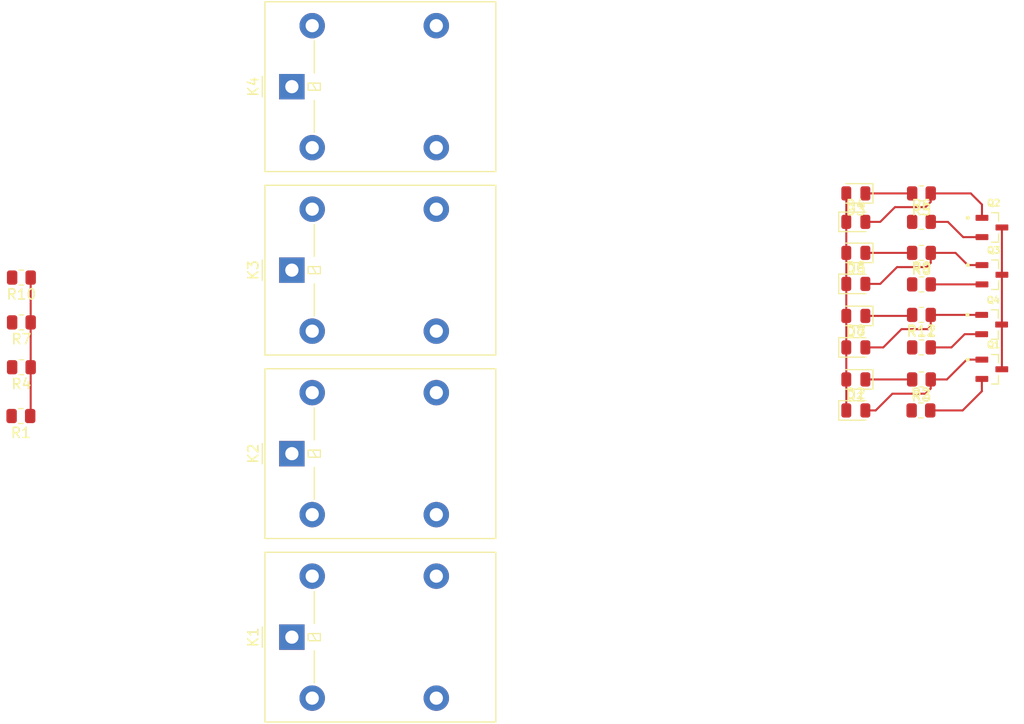
<source format=kicad_pcb>
(kicad_pcb (version 20240108) (generator "pcbnew") (generator_version "8.0")
  (layers (0 "F.Cu" signal) (31 "B.Cu" signal) (34 "B.Paste" user) (35 "F.Paste" user) (36 "B.SilkS" user "B.Silkscreen") (37 "F.SilkS" user "F.Silkscreen") (38 "B.Mask" user) (39 "F.Mask" user) (44 "Edge.Cuts" user))
  (net 0 "")
  (net 1 "+5V")
  (net 2 "Net-(D1-K)")
  (net 3 "Net-(D2-A)")
  (net 4 "GND")
  (net 5 "Net-(Q1-B)")
  (net 6 "INPUT")
  (net 7 "Net-(OK1-Pad1)")
  (net 8 "Net-(OK1-Pad3)")
  (net 9 "Net-(D3-K)")
  (net 10 "Net-(D4-A)")
  (net 11 "Net-(D5-K)")
  (net 12 "Net-(D6-A)")
  (net 13 "Net-(D7-K)")
  (net 14 "Net-(D8-A)")
  (net 15 "Net-(Q2-B)")
  (net 16 "Net-(Q3-B)")
  (net 17 "Net-(Q4-B)")
  (net 18 "Net-(OK2-Pad1)")
  (net 19 "Net-(OK2-Pad3)")
  (net 20 "Net-(OK3-Pad1)")
  (net 21 "Net-(OK3-Pad3)")
  (net 22 "Net-(OK4-Pad1)")
  (net 23 "Net-(OK4-Pad3)")
  (footprint "Resistor_SMD:R_0805_2012Metric" (layer "F.Cu") (at 45.5625 106.34 180)
    (property "Reference" "R7" (at 0 -1.65 180) (layer "F.SilkS"))
    (property "Value" "220K")
    (fp_line (start -0.227064 0.735) (end 0.227064 0.735) (stroke (width 0.12)) (layer "F.SilkS"))
    (fp_line (start -0.227064 -0.735) (end 0.227064 -0.735) (stroke (width 0.12)) (layer "F.SilkS"))
    (pad "1" smd roundrect (at -0.9125 0 180) (size 1.025 1.4) (layers "F.Cu" "F.Paste" "F.Mask") (roundrect_rratio 0.243902) (net 6 "INPUT"))
    (pad "2" smd roundrect (at 0.9125 0 180) (size 1.025 1.4) (layers "F.Cu" "F.Paste" "F.Mask") (roundrect_rratio 0.243902) (net 20 "Net-(OK3-Pad1)"))
  )
  (footprint "LED_SMD:LED_0805_2012Metric" (layer "F.Cu") (at 127.5875 93.65 180)
    (property "Reference" "D3" (at 0 -1.65 180) (layer "F.SilkS"))
    (property "Value" "LED")
    (fp_line (start 1 -0.96) (end -1.685 -0.96) (stroke (width 0.12)) (layer "F.SilkS"))
    (fp_line (start -1.685 0.96) (end 1 0.96) (stroke (width 0.12)) (layer "F.SilkS"))
    (fp_line (start -1.685 -0.96) (end -1.685 0.96) (stroke (width 0.12)) (layer "F.SilkS"))
    (pad "1" smd roundrect (at -0.9375 0 180) (size 0.975 1.4) (layers "F.Cu" "F.Paste" "F.Mask") (net 9 "Net-(D3-K)"))
    (pad "2" smd roundrect (at 0.9375 0 180) (size 0.975 1.4) (layers "F.Cu" "F.Paste" "F.Mask") (net 1 "+5V"))
  )
  (footprint "LED_SMD:LED_0805_2012Metric" (layer "F.Cu") (at 127.5875 99.5 180)
    (property "Reference" "D5" (at 0 -1.65 180) (layer "F.SilkS"))
    (property "Value" "LED")
    (fp_line (start 1 -0.96) (end -1.685 -0.96) (stroke (width 0.12)) (layer "F.SilkS"))
    (fp_line (start -1.685 0.96) (end 1 0.96) (stroke (width 0.12)) (layer "F.SilkS"))
    (fp_line (start -1.685 -0.96) (end -1.685 0.96) (stroke (width 0.12)) (layer "F.SilkS"))
    (pad "1" smd roundrect (at -0.9375 0 180) (size 0.975 1.4) (layers "F.Cu" "F.Paste" "F.Mask") (net 11 "Net-(D5-K)"))
    (pad "2" smd roundrect (at 0.9375 0 180) (size 0.975 1.4) (layers "F.Cu" "F.Paste" "F.Mask") (net 1 "+5V"))
  )
  (footprint "Relay_THT:Relay_SPDT_Omron-G5LE-1" (layer "F.Cu") (at 72.15 137.3 90)
    (property "Reference" "K1" (at 0 -3.8 270) (layer "F.SilkS"))
    (property "Value" "SRD-05VDC-SL-C")
    (fp_line (start -1 -2.91) (end 1 -2.91) (stroke (width 0.12)) (layer "F.SilkS"))
    (fp_line (start 8.35 -2.65) (end -8.35 -2.65) (stroke (width 0.12)) (layer "F.SilkS"))
    (fp_line (start -8.35 -2.65) (end -8.35 20.05) (stroke (width 0.12)) (layer "F.SilkS"))
    (fp_line (start 0.35 1.6) (end -0.35 1.6) (stroke (width 0.12)) (layer "F.SilkS"))
    (fp_line (start -0.35 1.6) (end -0.35 2.8) (stroke (width 0.12)) (layer "F.SilkS"))
    (fp_line (start 1.35 2.2) (end 4.5 2.2) (stroke (width 0.12)) (layer "F.SilkS"))
    (fp_line (start -4.5 2.2) (end -1.35 2.2) (stroke (width 0.12)) (layer "F.SilkS"))
    (fp_line (start -0.35 2.4) (end 0.35 2) (stroke (width 0.12)) (layer "F.SilkS"))
    (fp_line (start 0.35 2.8) (end 0.35 1.6) (stroke (width 0.12)) (layer "F.SilkS"))
    (fp_line (start -0.35 2.8) (end 0.35 2.8) (stroke (width 0.12)) (layer "F.SilkS"))
    (fp_line (start 8.35 20.05) (end 8.35 -2.65) (stroke (width 0.12)) (layer "F.SilkS"))
    (fp_line (start -8.35 20.05) (end 8.35 20.05) (stroke (width 0.12)) (layer "F.SilkS"))
    (pad "1" thru_hole rect (at 0 0 90) (size 2.5 2.5) (drill 1.3) (layers "*.Cu" "*.Mask"))
    (pad "2" thru_hole oval (at -6 2 90) (size 2.5 2.5) (drill 1.3) (layers "*.Cu" "*.Mask"))
    (pad "3" thru_hole oval (at -6 14.2 90) (size 2.5 2.5) (drill 1.3) (layers "*.Cu" "*.Mask"))
    (pad "4" thru_hole oval (at 6 14.2 90) (size 2.5 2.5) (drill 1.3) (layers "*.Cu" "*.Mask"))
    (pad "5" thru_hole oval (at 6 2 90) (size 2.5 2.5) (drill 1.3) (layers "*.Cu" "*.Mask"))
  )
  (footprint "Resistor_SMD:R_0805_2012Metric" (layer "F.Cu") (at 45.5625 101.93 180)
    (property "Reference" "R10" (at 0 -1.65 180) (layer "F.SilkS"))
    (property "Value" "220K")
    (fp_line (start -0.227064 0.735) (end 0.227064 0.735) (stroke (width 0.12)) (layer "F.SilkS"))
    (fp_line (start -0.227064 -0.735) (end 0.227064 -0.735) (stroke (width 0.12)) (layer "F.SilkS"))
    (pad "1" smd roundrect (at -0.9125 0 180) (size 1.025 1.4) (layers "F.Cu" "F.Paste" "F.Mask") (roundrect_rratio 0.243902) (net 6 "INPUT"))
    (pad "2" smd roundrect (at 0.9125 0 180) (size 1.025 1.4) (layers "F.Cu" "F.Paste" "F.Mask") (roundrect_rratio 0.243902) (net 22 "Net-(OK4-Pad1)"))
  )
  (footprint "Resistor_SMD:R_0805_2012Metric" (layer "F.Cu") (at 45.5125 115.55 180)
    (property "Reference" "R1" (at 0 -1.65 180) (layer "F.SilkS"))
    (property "Value" "220K")
    (fp_line (start -0.227064 0.735) (end 0.227064 0.735) (stroke (width 0.12)) (layer "F.SilkS"))
    (fp_line (start -0.227064 -0.735) (end 0.227064 -0.735) (stroke (width 0.12)) (layer "F.SilkS"))
    (pad "1" smd roundrect (at -0.9125 0 180) (size 1.025 1.4) (layers "F.Cu" "F.Paste" "F.Mask") (roundrect_rratio 0.243902) (net 6 "INPUT"))
    (pad "2" smd roundrect (at 0.9125 0 180) (size 1.025 1.4) (layers "F.Cu" "F.Paste" "F.Mask") (roundrect_rratio 0.243902) (net 7 "Net-(OK1-Pad1)"))
  )
  (footprint "Diode_SMD:D_0805_2012Metric" (layer "F.Cu") (at 127.5875 96.45)
    (property "Reference" "D4" (at 0 -1.65 0) (layer "F.SilkS"))
    (property "Value" "1N4007")
    (fp_line (start -1.685 -0.96) (end -1.685 0.96) (stroke (width 0.12)) (layer "F.SilkS"))
    (fp_line (start -1.685 0.96) (end 1 0.96) (stroke (width 0.12)) (layer "F.SilkS"))
    (fp_line (start 1 -0.96) (end -1.685 -0.96) (stroke (width 0.12)) (layer "F.SilkS"))
    (pad "1" smd roundrect (at -0.9375 0) (size 0.975 1.4) (layers "F.Cu" "F.Paste" "F.Mask") (net 1 "+5V"))
    (pad "2" smd roundrect (at 0.9375 0) (size 0.975 1.4) (layers "F.Cu" "F.Paste" "F.Mask") (net 10 "Net-(D4-A)"))
  )
  (footprint "LED_SMD:LED_0805_2012Metric" (layer "F.Cu") (at 127.5875 111.95 180)
    (property "Reference" "D1" (at 0 -1.65 180) (layer "F.SilkS"))
    (property "Value" "LED")
    (fp_line (start 1 -0.96) (end -1.685 -0.96) (stroke (width 0.12)) (layer "F.SilkS"))
    (fp_line (start -1.685 0.96) (end 1 0.96) (stroke (width 0.12)) (layer "F.SilkS"))
    (fp_line (start -1.685 -0.96) (end -1.685 0.96) (stroke (width 0.12)) (layer "F.SilkS"))
    (pad "1" smd roundrect (at -0.9375 0 180) (size 0.975 1.4) (layers "F.Cu" "F.Paste" "F.Mask") (net 2 "Net-(D1-K)"))
    (pad "2" smd roundrect (at 0.9375 0 180) (size 0.975 1.4) (layers "F.Cu" "F.Paste" "F.Mask") (net 1 "+5V"))
  )
  (footprint "BC547:SOT95P230X110-3N" (layer "F.Cu") (at 140.9375 106.55)
    (property "Reference" "Q4" (at 0.172 -2.4064 0) (layer "F.SilkS") (effects (font (size 0.64 0.64))))
    (property "Value" "BC547")
    (fp_line (start -0.03 1.45) (end 0.65 1.45) (stroke (width 0.127)) (layer "F.SilkS"))
    (fp_line (start 0.65 -1.45) (end -0.03 -1.45) (stroke (width 0.127)) (layer "F.SilkS"))
    (fp_line (start 0.65 -0.615) (end 0.65 -1.45) (stroke (width 0.127)) (layer "F.SilkS"))
    (fp_line (start 0.65 1.45) (end 0.65 0.615) (stroke (width 0.127)) (layer "F.SilkS"))
    (fp_circle (center -2.38 -0.95) (end -2.28 -0.95) (stroke (width 0.2)) (fill none) (layer "F.SilkS"))
    (pad "1" smd roundrect (at -0.98 -0.95) (size 1.26 0.59) (layers "F.Cu" "F.Paste" "F.Mask") (roundrect_rratio 0.125) (net 14 "Net-(D8-A)"))
    (pad "2" smd roundrect (at -0.98 0.95) (size 1.26 0.59) (layers "F.Cu" "F.Paste" "F.Mask") (roundrect_rratio 0.125) (net 17 "Net-(Q4-B)"))
    (pad "3" smd roundrect (at 0.98 0) (size 1.26 0.59) (layers "F.Cu" "F.Paste" "F.Mask") (roundrect_rratio 0.125) (net 4 "GND"))
  )
  (footprint "Resistor_SMD:R_0805_2012Metric" (layer "F.Cu") (at 134.0375 111.95 180)
    (property "Reference" "R3" (at 0 -1.65 180) (layer "F.SilkS"))
    (property "Value" "220")
    (fp_line (start -0.227064 0.735) (end 0.227064 0.735) (stroke (width 0.12)) (layer "F.SilkS"))
    (fp_line (start -0.227064 -0.735) (end 0.227064 -0.735) (stroke (width 0.12)) (layer "F.SilkS"))
    (pad "1" smd roundrect (at -0.9125 0 180) (size 1.025 1.4) (layers "F.Cu" "F.Paste" "F.Mask") (roundrect_rratio 0.243902) (net 3 "Net-(D2-A)"))
    (pad "2" smd roundrect (at 0.9125 0 180) (size 1.025 1.4) (layers "F.Cu" "F.Paste" "F.Mask") (roundrect_rratio 0.243902) (net 2 "Net-(D1-K)"))
  )
  (footprint "Resistor_SMD:R_0805_2012Metric" (layer "F.Cu") (at 134.0375 99.5 180)
    (property "Reference" "R8" (at 0 -1.65 180) (layer "F.SilkS"))
    (property "Value" "220")
    (fp_line (start -0.227064 0.735) (end 0.227064 0.735) (stroke (width 0.12)) (layer "F.SilkS"))
    (fp_line (start -0.227064 -0.735) (end 0.227064 -0.735) (stroke (width 0.12)) (layer "F.SilkS"))
    (pad "1" smd roundrect (at -0.9125 0 180) (size 1.025 1.4) (layers "F.Cu" "F.Paste" "F.Mask") (roundrect_rratio 0.243902) (net 12 "Net-(D6-A)"))
    (pad "2" smd roundrect (at 0.9125 0 180) (size 1.025 1.4) (layers "F.Cu" "F.Paste" "F.Mask") (roundrect_rratio 0.243902) (net 11 "Net-(D5-K)"))
  )
  (footprint "BC547:SOT95P230X110-3N" (layer "F.Cu") (at 140.9675 97)
    (property "Reference" "Q2" (at 0.172 -2.4064 0) (layer "F.SilkS") (effects (font (size 0.64 0.64))))
    (property "Value" "BC547")
    (fp_line (start -0.03 1.45) (end 0.65 1.45) (stroke (width 0.127)) (layer "F.SilkS"))
    (fp_line (start 0.65 -1.45) (end -0.03 -1.45) (stroke (width 0.127)) (layer "F.SilkS"))
    (fp_line (start 0.65 -0.615) (end 0.65 -1.45) (stroke (width 0.127)) (layer "F.SilkS"))
    (fp_line (start 0.65 1.45) (end 0.65 0.615) (stroke (width 0.127)) (layer "F.SilkS"))
    (fp_circle (center -2.38 -0.95) (end -2.28 -0.95) (stroke (width 0.2)) (fill none) (layer "F.SilkS"))
    (pad "1" smd roundrect (at -0.98 -0.95) (size 1.26 0.59) (layers "F.Cu" "F.Paste" "F.Mask") (roundrect_rratio 0.125) (net 10 "Net-(D4-A)"))
    (pad "2" smd roundrect (at -0.98 0.95) (size 1.26 0.59) (layers "F.Cu" "F.Paste" "F.Mask") (roundrect_rratio 0.125) (net 15 "Net-(Q2-B)"))
    (pad "3" smd roundrect (at 0.98 0) (size 1.26 0.59) (layers "F.Cu" "F.Paste" "F.Mask") (roundrect_rratio 0.125) (net 4 "GND"))
  )
  (footprint "BC547:SOT95P230X110-3N" (layer "F.Cu") (at 140.9675 101.65)
    (property "Reference" "Q3" (at 0.172 -2.4064 0) (layer "F.SilkS") (effects (font (size 0.64 0.64))))
    (property "Value" "BC547")
    (fp_line (start -0.03 1.45) (end 0.65 1.45) (stroke (width 0.127)) (layer "F.SilkS"))
    (fp_line (start 0.65 -1.45) (end -0.03 -1.45) (stroke (width 0.127)) (layer "F.SilkS"))
    (fp_line (start 0.65 -0.615) (end 0.65 -1.45) (stroke (width 0.127)) (layer "F.SilkS"))
    (fp_line (start 0.65 1.45) (end 0.65 0.615) (stroke (width 0.127)) (layer "F.SilkS"))
    (fp_circle (center -2.38 -0.95) (end -2.28 -0.95) (stroke (width 0.2)) (fill none) (layer "F.SilkS"))
    (pad "1" smd roundrect (at -0.98 -0.95) (size 1.26 0.59) (layers "F.Cu" "F.Paste" "F.Mask") (roundrect_rratio 0.125) (net 12 "Net-(D6-A)"))
    (pad "2" smd roundrect (at -0.98 0.95) (size 1.26 0.59) (layers "F.Cu" "F.Paste" "F.Mask") (roundrect_rratio 0.125) (net 16 "Net-(Q3-B)"))
    (pad "3" smd roundrect (at 0.98 0) (size 1.26 0.59) (layers "F.Cu" "F.Paste" "F.Mask") (roundrect_rratio 0.125) (net 4 "GND"))
  )
  (footprint "Relay_THT:Relay_SPDT_Omron-G5LE-1" (layer "F.Cu") (at 72.15 101.2 90)
    (property "Reference" "K3" (at 0 -3.8 270) (layer "F.SilkS"))
    (property "Value" "SRD-05VDC-SL-C")
    (fp_line (start -1 -2.91) (end 1 -2.91) (stroke (width 0.12)) (layer "F.SilkS"))
    (fp_line (start 8.35 -2.65) (end -8.35 -2.65) (stroke (width 0.12)) (layer "F.SilkS"))
    (fp_line (start -8.35 -2.65) (end -8.35 20.05) (stroke (width 0.12)) (layer "F.SilkS"))
    (fp_line (start 0.35 1.6) (end -0.35 1.6) (stroke (width 0.12)) (layer "F.SilkS"))
    (fp_line (start -0.35 1.6) (end -0.35 2.8) (stroke (width 0.12)) (layer "F.SilkS"))
    (fp_line (start 1.35 2.2) (end 4.5 2.2) (stroke (width 0.12)) (layer "F.SilkS"))
    (fp_line (start -4.5 2.2) (end -1.35 2.2) (stroke (width 0.12)) (layer "F.SilkS"))
    (fp_line (start -0.35 2.4) (end 0.35 2) (stroke (width 0.12)) (layer "F.SilkS"))
    (fp_line (start 0.35 2.8) (end 0.35 1.6) (stroke (width 0.12)) (layer "F.SilkS"))
    (fp_line (start -0.35 2.8) (end 0.35 2.8) (stroke (width 0.12)) (layer "F.SilkS"))
    (fp_line (start 8.35 20.05) (end 8.35 -2.65) (stroke (width 0.12)) (layer "F.SilkS"))
    (fp_line (start -8.35 20.05) (end 8.35 20.05) (stroke (width 0.12)) (layer "F.SilkS"))
    (pad "1" thru_hole rect (at 0 0 90) (size 2.5 2.5) (drill 1.3) (layers "*.Cu" "*.Mask"))
    (pad "2" thru_hole oval (at -6 2 90) (size 2.5 2.5) (drill 1.3) (layers "*.Cu" "*.Mask"))
    (pad "3" thru_hole oval (at -6 14.2 90) (size 2.5 2.5) (drill 1.3) (layers "*.Cu" "*.Mask"))
    (pad "4" thru_hole oval (at 6 14.2 90) (size 2.5 2.5) (drill 1.3) (layers "*.Cu" "*.Mask"))
    (pad "5" thru_hole oval (at 6 2 90) (size 2.5 2.5) (drill 1.3) (layers "*.Cu" "*.Mask"))
  )
  (footprint "Relay_THT:Relay_SPDT_Omron-G5LE-1" (layer "F.Cu") (at 72.15 119.25 90)
    (property "Reference" "K2" (at 0 -3.8 270) (layer "F.SilkS"))
    (property "Value" "SRD-05VDC-SL-C")
    (fp_line (start -1 -2.91) (end 1 -2.91) (stroke (width 0.12)) (layer "F.SilkS"))
    (fp_line (start 8.35 -2.65) (end -8.35 -2.65) (stroke (width 0.12)) (layer "F.SilkS"))
    (fp_line (start -8.35 -2.65) (end -8.35 20.05) (stroke (width 0.12)) (layer "F.SilkS"))
    (fp_line (start 0.35 1.6) (end -0.35 1.6) (stroke (width 0.12)) (layer "F.SilkS"))
    (fp_line (start -0.35 1.6) (end -0.35 2.8) (stroke (width 0.12)) (layer "F.SilkS"))
    (fp_line (start 1.35 2.2) (end 4.5 2.2) (stroke (width 0.12)) (layer "F.SilkS"))
    (fp_line (start -4.5 2.2) (end -1.35 2.2) (stroke (width 0.12)) (layer "F.SilkS"))
    (fp_line (start -0.35 2.4) (end 0.35 2) (stroke (width 0.12)) (layer "F.SilkS"))
    (fp_line (start 0.35 2.8) (end 0.35 1.6) (stroke (width 0.12)) (layer "F.SilkS"))
    (fp_line (start -0.35 2.8) (end 0.35 2.8) (stroke (width 0.12)) (layer "F.SilkS"))
    (fp_line (start 8.35 20.05) (end 8.35 -2.65) (stroke (width 0.12)) (layer "F.SilkS"))
    (fp_line (start -8.35 20.05) (end 8.35 20.05) (stroke (width 0.12)) (layer "F.SilkS"))
    (pad "1" thru_hole rect (at 0 0 90) (size 2.5 2.5) (drill 1.3) (layers "*.Cu" "*.Mask"))
    (pad "2" thru_hole oval (at -6 2 90) (size 2.5 2.5) (drill 1.3) (layers "*.Cu" "*.Mask"))
    (pad "3" thru_hole oval (at -6 14.2 90) (size 2.5 2.5) (drill 1.3) (layers "*.Cu" "*.Mask"))
    (pad "4" thru_hole oval (at 6 14.2 90) (size 2.5 2.5) (drill 1.3) (layers "*.Cu" "*.Mask"))
    (pad "5" thru_hole oval (at 6 2 90) (size 2.5 2.5) (drill 1.3) (layers "*.Cu" "*.Mask"))
  )
  (footprint "Resistor_SMD:R_0805_2012Metric" (layer "F.Cu") (at 133.9875 115)
    (property "Reference" "R2" (at 0 -1.65 0) (layer "F.SilkS"))
    (property "Value" "1K")
    (fp_line (start -0.227064 -0.735) (end 0.227064 -0.735) (stroke (width 0.12)) (layer "F.SilkS"))
    (fp_line (start -0.227064 0.735) (end 0.227064 0.735) (stroke (width 0.12)) (layer "F.SilkS"))
    (pad "1" smd roundrect (at -0.9125 0) (size 1.025 1.4) (layers "F.Cu" "F.Paste" "F.Mask") (roundrect_rratio 0.243902) (net 8 "Net-(OK1-Pad3)"))
    (pad "2" smd roundrect (at 0.9125 0) (size 1.025 1.4) (layers "F.Cu" "F.Paste" "F.Mask") (roundrect_rratio 0.243902) (net 5 "Net-(Q1-B)"))
  )
  (footprint "Resistor_SMD:R_0805_2012Metric" (layer "F.Cu") (at 134.0375 93.65 180)
    (property "Reference" "R5" (at 0 -1.65 180) (layer "F.SilkS"))
    (property "Value" "220")
    (fp_line (start -0.227064 0.735) (end 0.227064 0.735) (stroke (width 0.12)) (layer "F.SilkS"))
    (fp_line (start -0.227064 -0.735) (end 0.227064 -0.735) (stroke (width 0.12)) (layer "F.SilkS"))
    (pad "1" smd roundrect (at -0.9125 0 180) (size 1.025 1.4) (layers "F.Cu" "F.Paste" "F.Mask") (roundrect_rratio 0.243902) (net 10 "Net-(D4-A)"))
    (pad "2" smd roundrect (at 0.9125 0 180) (size 1.025 1.4) (layers "F.Cu" "F.Paste" "F.Mask") (roundrect_rratio 0.243902) (net 9 "Net-(D3-K)"))
  )
  (footprint "BC547:SOT95P230X110-3N" (layer "F.Cu") (at 140.9575 110.95)
    (property "Reference" "Q1" (at 0.172 -2.4064 0) (layer "F.SilkS") (effects (font (size 0.64 0.64))))
    (property "Value" "BC547")
    (fp_line (start -0.03 1.45) (end 0.65 1.45) (stroke (width 0.127)) (layer "F.SilkS"))
    (fp_line (start 0.65 -1.45) (end -0.03 -1.45) (stroke (width 0.127)) (layer "F.SilkS"))
    (fp_line (start 0.65 -0.615) (end 0.65 -1.45) (stroke (width 0.127)) (layer "F.SilkS"))
    (fp_line (start 0.65 1.45) (end 0.65 0.615) (stroke (width 0.127)) (layer "F.SilkS"))
    (fp_circle (center -2.38 -0.95) (end -2.28 -0.95) (stroke (width 0.2)) (fill none) (layer "F.SilkS"))
    (pad "1" smd roundrect (at -0.98 -0.95) (size 1.26 0.59) (layers "F.Cu" "F.Paste" "F.Mask") (roundrect_rratio 0.125) (net 3 "Net-(D2-A)"))
    (pad "2" smd roundrect (at -0.98 0.95) (size 1.26 0.59) (layers "F.Cu" "F.Paste" "F.Mask") (roundrect_rratio 0.125) (net 5 "Net-(Q1-B)"))
    (pad "3" smd roundrect (at 0.98 0) (size 1.26 0.59) (layers "F.Cu" "F.Paste" "F.Mask") (roundrect_rratio 0.125) (net 4 "GND"))
  )
  (footprint "Diode_SMD:D_0805_2012Metric" (layer "F.Cu") (at 127.5875 108.8)
    (property "Reference" "D8" (at 0 -1.65 0) (layer "F.SilkS"))
    (property "Value" "1N4007")
    (fp_line (start -1.685 -0.96) (end -1.685 0.96) (stroke (width 0.12)) (layer "F.SilkS"))
    (fp_line (start -1.685 0.96) (end 1 0.96) (stroke (width 0.12)) (layer "F.SilkS"))
    (fp_line (start 1 -0.96) (end -1.685 -0.96) (stroke (width 0.12)) (layer "F.SilkS"))
    (pad "1" smd roundrect (at -0.9375 0) (size 0.975 1.4) (layers "F.Cu" "F.Paste" "F.Mask") (net 1 "+5V"))
    (pad "2" smd roundrect (at 0.9375 0) (size 0.975 1.4) (layers "F.Cu" "F.Paste" "F.Mask") (net 14 "Net-(D8-A)"))
  )
  (footprint "Diode_SMD:D_0805_2012Metric" (layer "F.Cu") (at 127.5875 115)
    (property "Reference" "D2" (at 0 -1.65 0) (layer "F.SilkS"))
    (property "Value" "1N4007")
    (fp_line (start -1.685 -0.96) (end -1.685 0.96) (stroke (width 0.12)) (layer "F.SilkS"))
    (fp_line (start -1.685 0.96) (end 1 0.96) (stroke (width 0.12)) (layer "F.SilkS"))
    (fp_line (start 1 -0.96) (end -1.685 -0.96) (stroke (width 0.12)) (layer "F.SilkS"))
    (pad "1" smd roundrect (at -0.9375 0) (size 0.975 1.4) (layers "F.Cu" "F.Paste" "F.Mask") (net 1 "+5V"))
    (pad "2" smd roundrect (at 0.9375 0) (size 0.975 1.4) (layers "F.Cu" "F.Paste" "F.Mask") (net 3 "Net-(D2-A)"))
  )
  (footprint "LED_SMD:LED_0805_2012Metric" (layer "F.Cu") (at 127.5875 105.7 180)
    (property "Reference" "D7" (at 0 -1.65 180) (layer "F.SilkS"))
    (property "Value" "LED")
    (fp_line (start 1 -0.96) (end -1.685 -0.96) (stroke (width 0.12)) (layer "F.SilkS"))
    (fp_line (start -1.685 0.96) (end 1 0.96) (stroke (width 0.12)) (layer "F.SilkS"))
    (fp_line (start -1.685 -0.96) (end -1.685 0.96) (stroke (width 0.12)) (layer "F.SilkS"))
    (pad "1" smd roundrect (at -0.9375 0 180) (size 0.975 1.4) (layers "F.Cu" "F.Paste" "F.Mask") (net 13 "Net-(D7-K)"))
    (pad "2" smd roundrect (at 0.9375 0 180) (size 0.975 1.4) (layers "F.Cu" "F.Paste" "F.Mask") (net 1 "+5V"))
  )
  (footprint "Resistor_SMD:R_0805_2012Metric" (layer "F.Cu") (at 134.0375 96.45)
    (property "Reference" "R6" (at 0 -1.65 0) (layer "F.SilkS"))
    (property "Value" "1K")
    (fp_line (start -0.227064 -0.735) (end 0.227064 -0.735) (stroke (width 0.12)) (layer "F.SilkS"))
    (fp_line (start -0.227064 0.735) (end 0.227064 0.735) (stroke (width 0.12)) (layer "F.SilkS"))
    (pad "1" smd roundrect (at -0.9125 0) (size 1.025 1.4) (layers "F.Cu" "F.Paste" "F.Mask") (roundrect_rratio 0.243902) (net 19 "Net-(OK2-Pad3)"))
    (pad "2" smd roundrect (at 0.9125 0) (size 1.025 1.4) (layers "F.Cu" "F.Paste" "F.Mask") (roundrect_rratio 0.243902) (net 15 "Net-(Q2-B)"))
  )
  (footprint "Resistor_SMD:R_0805_2012Metric" (layer "F.Cu") (at 134.0375 105.6 180)
    (property "Reference" "R11" (at 0 -1.65 180) (layer "F.SilkS"))
    (property "Value" "220")
    (fp_line (start -0.227064 0.735) (end 0.227064 0.735) (stroke (width 0.12)) (layer "F.SilkS"))
    (fp_line (start -0.227064 -0.735) (end 0.227064 -0.735) (stroke (width 0.12)) (layer "F.SilkS"))
    (pad "1" smd roundrect (at -0.9125 0 180) (size 1.025 1.4) (layers "F.Cu" "F.Paste" "F.Mask") (roundrect_rratio 0.243902) (net 14 "Net-(D8-A)"))
    (pad "2" smd roundrect (at 0.9125 0 180) (size 1.025 1.4) (layers "F.Cu" "F.Paste" "F.Mask") (roundrect_rratio 0.243902) (net 13 "Net-(D7-K)"))
  )
  (footprint "Resistor_SMD:R_0805_2012Metric" (layer "F.Cu") (at 134.0375 102.6)
    (property "Reference" "R9" (at 0 -1.65 360) (layer "F.SilkS"))
    (property "Value" "1K")
    (fp_line (start -0.227064 -0.735) (end 0.227064 -0.735) (stroke (width 0.12)) (layer "F.SilkS"))
    (fp_line (start -0.227064 0.735) (end 0.227064 0.735) (stroke (width 0.12)) (layer "F.SilkS"))
    (pad "1" smd roundrect (at -0.9125 0) (size 1.025 1.4) (layers "F.Cu" "F.Paste" "F.Mask") (roundrect_rratio 0.243902) (net 21 "Net-(OK3-Pad3)"))
    (pad "2" smd roundrect (at 0.9125 0) (size 1.025 1.4) (layers "F.Cu" "F.Paste" "F.Mask") (roundrect_rratio 0.243902) (net 16 "Net-(Q3-B)"))
  )
  (footprint "Resistor_SMD:R_0805_2012Metric" (layer "F.Cu") (at 134.0375 108.8)
    (property "Reference" "R12" (at 0 -1.65 0) (layer "F.SilkS"))
    (property "Value" "1K")
    (fp_line (start -0.227064 -0.735) (end 0.227064 -0.735) (stroke (width 0.12)) (layer "F.SilkS"))
    (fp_line (start -0.227064 0.735) (end 0.227064 0.735) (stroke (width 0.12)) (layer "F.SilkS"))
    (pad "1" smd roundrect (at -0.9125 0) (size 1.025 1.4) (layers "F.Cu" "F.Paste" "F.Mask") (roundrect_rratio 0.243902) (net 23 "Net-(OK4-Pad3)"))
    (pad "2" smd roundrect (at 0.9125 0) (size 1.025 1.4) (layers "F.Cu" "F.Paste" "F.Mask") (roundrect_rratio 0.243902) (net 17 "Net-(Q4-B)"))
  )
  (footprint "Relay_THT:Relay_SPDT_Omron-G5LE-1" (layer "F.Cu") (at 72.15 83.15 90)
    (property "Reference" "K4" (at 0 -3.8 270) (layer "F.SilkS"))
    (property "Value" "SRD-05VDC-SL-C")
    (fp_line (start -1 -2.91) (end 1 -2.91) (stroke (width 0.12)) (layer "F.SilkS"))
    (fp_line (start 8.35 -2.65) (end -8.35 -2.65) (stroke (width 0.12)) (layer "F.SilkS"))
    (fp_line (start -8.35 -2.65) (end -8.35 20.05) (stroke (width 0.12)) (layer "F.SilkS"))
    (fp_line (start 0.35 1.6) (end -0.35 1.6) (stroke (width 0.12)) (layer "F.SilkS"))
    (fp_line (start -0.35 1.6) (end -0.35 2.8) (stroke (width 0.12)) (layer "F.SilkS"))
    (fp_line (start 1.35 2.2) (end 4.5 2.2) (stroke (width 0.12)) (layer "F.SilkS"))
    (fp_line (start -4.5 2.2) (end -1.35 2.2) (stroke (width 0.12)) (layer "F.SilkS"))
    (fp_line (start -0.35 2.4) (end 0.35 2) (stroke (width 0.12)) (layer "F.SilkS"))
    (fp_line (start 0.35 2.8) (end 0.35 1.6) (stroke (width 0.12)) (layer "F.SilkS"))
    (fp_line (start -0.35 2.8) (end 0.35 2.8) (stroke (width 0.12)) (layer "F.SilkS"))
    (fp_line (start 8.35 20.05) (end 8.35 -2.65) (stroke (width 0.12)) (layer "F.SilkS"))
    (fp_line (start -8.35 20.05) (end 8.35 20.05) (stroke (width 0.12)) (layer "F.SilkS"))
    (pad "1" thru_hole rect (at 0 0 90) (size 2.5 2.5) (drill 1.3) (layers "*.Cu" "*.Mask"))
    (pad "2" thru_hole oval (at -6 2 90) (size 2.5 2.5) (drill 1.3) (layers "*.Cu" "*.Mask"))
    (pad "3" thru_hole oval (at -6 14.2 90) (size 2.5 2.5) (drill 1.3) (layers "*.Cu" "*.Mask"))
    (pad "4" thru_hole oval (at 6 14.2 90) (size 2.5 2.5) (drill 1.3) (layers "*.Cu" "*.Mask"))
    (pad "5" thru_hole oval (at 6 2 90) (size 2.5 2.5) (drill 1.3) (layers "*.Cu" "*.Mask"))
  )
  (footprint "Diode_SMD:D_0805_2012Metric" (layer "F.Cu") (at 127.5875 102.55)
    (property "Reference" "D6" (at 0 -1.65 0) (layer "F.SilkS"))
    (property "Value" "1N4007")
    (fp_line (start -1.685 -0.96) (end -1.685 0.96) (stroke (width 0.12)) (layer "F.SilkS"))
    (fp_line (start -1.685 0.96) (end 1 0.96) (stroke (width 0.12)) (layer "F.SilkS"))
    (fp_line (start 1 -0.96) (end -1.685 -0.96) (stroke (width 0.12)) (layer "F.SilkS"))
    (pad "1" smd roundrect (at -0.9375 0) (size 0.975 1.4) (layers "F.Cu" "F.Paste" "F.Mask") (net 1 "+5V"))
    (pad "2" smd roundrect (at 0.9375 0) (size 0.975 1.4) (layers "F.Cu" "F.Paste" "F.Mask") (net 12 "Net-(D6-A)"))
  )
  (footprint "Resistor_SMD:R_0805_2012Metric" (layer "F.Cu") (at 45.5625 110.75 180)
    (property "Reference" "R4" (at 0 -1.65 180) (layer "F.SilkS"))
    (property "Value" "220K")
    (fp_line (start -0.227064 0.735) (end 0.227064 0.735) (stroke (width 0.12)) (layer "F.SilkS"))
    (fp_line (start -0.227064 -0.735) (end 0.227064 -0.735) (stroke (width 0.12)) (layer "F.SilkS"))
    (pad "1" smd roundrect (at -0.9125 0 180) (size 1.025 1.4) (layers "F.Cu" "F.Paste" "F.Mask") (roundrect_rratio 0.243902) (net 6 "INPUT"))
    (pad "2" smd roundrect (at 0.9125 0 180) (size 1.025 1.4) (layers "F.Cu" "F.Paste" "F.Mask") (roundrect_rratio 0.243902) (net 18 "Net-(OK2-Pad1)"))
  )
  (segment (start 126.65 93.65) (end 126.65 115) (width 0.2) (layer "F.Cu") (net 1))
  (segment (start 133.125 111.95) (end 128.525 111.95) (width 0.2) (layer "F.Cu") (net 2))
  (segment (start 134.95 111.95) (end 134.95 112.8375) (width 0.2) (layer "F.Cu") (net 3))
  (segment (start 136.5375 111.95) (end 134.95 111.95) (width 0.2) (layer "F.Cu") (net 3))
  (segment (start 134.4375 113.35) (end 131.1875 113.35) (width 0.2) (layer "F.Cu") (net 3))
  (segment (start 131.1875 113.35) (end 129.5375 115) (width 0.2) (layer "F.Cu") (net 3))
  (segment (start 138.4875 110) (end 136.5375 111.95) (width 0.2) (layer "F.Cu") (net 3))
  (segment (start 134.95 112.8375) (end 134.4375 113.35) (width 0.2) (layer "F.Cu") (net 3))
  (segment (start 139.9775 110) (end 138.4875 110) (width 0.2) (layer "F.Cu") (net 3))
  (segment (start 129.5375 115) (end 128.525 115) (width 0.2) (layer "F.Cu") (net 3))
  (segment (start 141.9475 97) (end 141.9475 110.94) (width 0.2) (layer "F.Cu") (net 4))
  (segment (start 141.9475 110.94) (end 141.9375 110.95) (width 0.2) (layer "F.Cu") (net 4))
  (segment (start 139.9775 113.11) (end 139.9775 111.9) (width 0.2) (layer "F.Cu") (net 5))
  (segment (start 134.9 115) (end 138.0875 115) (width 0.2) (layer "F.Cu") (net 5))
  (segment (start 138.0875 115) (end 139.9775 113.11) (width 0.2) (layer "F.Cu") (net 5))
  (segment (start 46.475 106.34) (end 46.475 110.75) (width 0.2) (layer "F.Cu") (net 6))
  (segment (start 46.475 110.75) (end 46.475 115.5) (width 0.2) (layer "F.Cu") (net 6))
  (segment (start 46.475 115.5) (end 46.425 115.55) (width 0.2) (layer "F.Cu") (net 6))
  (segment (start 46.475 101.93) (end 46.475 106.34) (width 0.2) (layer "F.Cu") (net 6))
  (segment (start 44.6 115.55) (end 44.7625 115.55) (width 0.2) (layer "F.Cu") (net 7))
  (segment (start 128.525 93.65) (end 133.125 93.65) (width 0.2) (layer "F.Cu") (net 9))
  (segment (start 138.8875 93.65) (end 134.95 93.65) (width 0.2) (layer "F.Cu") (net 10))
  (segment (start 129.9875 96.45) (end 128.525 96.45) (width 0.2) (layer "F.Cu") (net 10))
  (segment (start 134.95 93.65) (end 134.95 94.4875) (width 0.2) (layer "F.Cu") (net 10))
  (segment (start 131.4375 95) (end 129.9875 96.45) (width 0.2) (layer "F.Cu") (net 10))
  (segment (start 139.9875 96.05) (end 139.9875 94.75) (width 0.2) (layer "F.Cu") (net 10))
  (segment (start 139.9875 94.75) (end 138.8875 93.65) (width 0.2) (layer "F.Cu") (net 10))
  (segment (start 134.95 94.4875) (end 134.4375 95) (width 0.2) (layer "F.Cu") (net 10))
  (segment (start 134.4375 95) (end 131.4375 95) (width 0.2) (layer "F.Cu") (net 10))
  (segment (start 128.525 99.5) (end 133.125 99.5) (width 0.2) (layer "F.Cu") (net 11))
  (segment (start 131.6375 100.9) (end 129.9875 102.55) (width 0.2) (layer "F.Cu") (net 12))
  (segment (start 134.95 100.4875) (end 134.5375 100.9) (width 0.2) (layer "F.Cu") (net 12))
  (segment (start 139.9875 100.7) (end 138.5875 100.7) (width 0.2) (layer "F.Cu") (net 12))
  (segment (start 134.5375 100.9) (end 131.6375 100.9) (width 0.2) (layer "F.Cu") (net 12))
  (segment (start 137.3875 99.5) (end 134.95 99.5) (width 0.2) (layer "F.Cu") (net 12))
  (segment (start 138.5875 100.7) (end 137.3875 99.5) (width 0.2) (layer "F.Cu") (net 12))
  (segment (start 129.9875 102.55) (end 128.525 102.55) (width 0.2) (layer "F.Cu") (net 12))
  (segment (start 134.95 99.5) (end 134.95 100.4875) (width 0.2) (layer "F.Cu") (net 12))
  (segment (start 133.125 105.7) (end 128.525 105.7) (width 0.2) (layer "F.Cu") (net 13))
  (segment (start 132.0875 107) (end 130.2875 108.8) (width 0.2) (layer "F.Cu") (net 14))
  (segment (start 130.2875 108.8) (end 128.525 108.8) (width 0.2) (layer "F.Cu") (net 14))
  (segment (start 139.9575 105.6) (end 134.95 105.6) (width 0.2) (layer "F.Cu") (net 14))
  (segment (start 134.95 106.7375) (end 134.6875 107) (width 0.2) (layer "F.Cu") (net 14))
  (segment (start 134.95 105.7) (end 134.95 106.7375) (width 0.2) (layer "F.Cu") (net 14))
  (segment (start 134.6875 107) (end 132.0875 107) (width 0.2) (layer "F.Cu") (net 14))
  (segment (start 138.1375 97.95) (end 136.6375 96.45) (width 0.2) (layer "F.Cu") (net 15))
  (segment (start 136.6375 96.45) (end 134.95 96.45) (width 0.2) (layer "F.Cu") (net 15))
  (segment (start 139.9875 97.95) (end 138.1375 97.95) (width 0.2) (layer "F.Cu") (net 15))
  (segment (start 134.95 102.6) (end 139.9875 102.6) (width 0.2) (layer "F.Cu") (net 16))
  (segment (start 139.9575 107.5) (end 138.2875 107.5) (width 0.2) (layer "F.Cu") (net 17))
  (segment (start 138.2875 107.5) (end 136.9875 108.8) (width 0.2) (layer "F.Cu") (net 17))
  (segment (start 136.9875 108.8) (end 134.95 108.8) (width 0.2) (layer "F.Cu") (net 17))
)
</source>
